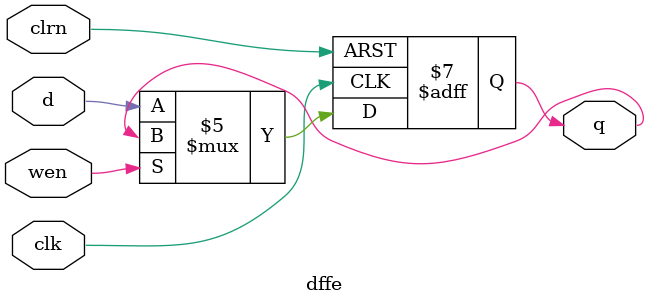
<source format=v>
`timescale 1ns / 1ps


module dffe(clk,clrn,wen,d,q);
    input clk,clrn,wen,d;
    output q;
    reg q;
    
    always@(posedge clk or negedge clrn)
        begin
            if(!clrn)
                begin 
                    q<=0;
                end
            else if(!wen)
                begin
                    q<=d;
                end
            else
                begin
                    q<=q;
                end
            end            
endmodule

</source>
